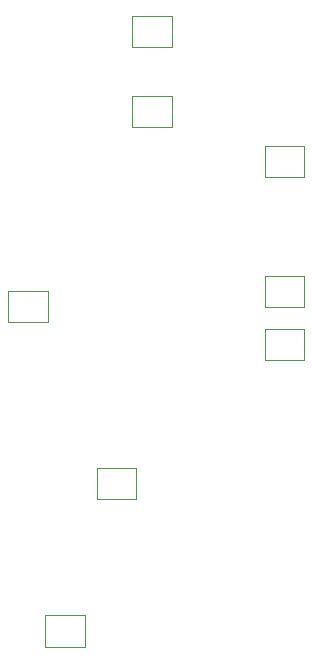
<source format=gbr>
%TF.GenerationSoftware,Altium Limited,Altium Designer,20.0.12 (288)*%
G04 Layer_Color=16711935*
%FSLAX44Y44*%
%MOMM*%
%TF.FileFunction,Other,Mechanical_13*%
%TF.Part,Single*%
G01*
G75*
%TA.AperFunction,NonConductor*%
%ADD46C,0.1000*%
D46*
X185750Y336800D02*
X219250D01*
X185750Y363200D02*
X219250D01*
Y336800D02*
Y363200D01*
X185750Y336800D02*
Y363200D01*
X403250Y330700D02*
X436750D01*
X403250Y304300D02*
X436750D01*
X403250D02*
Y330700D01*
X436750Y304300D02*
Y330700D01*
X403251Y459300D02*
Y485700D01*
X436750Y459300D02*
Y485700D01*
X403251D02*
X436750D01*
X403251Y459300D02*
X436750D01*
X290750Y501800D02*
Y528200D01*
X324250Y501800D02*
Y528200D01*
X290750D02*
X324250D01*
X290750Y501800D02*
X324250D01*
X260750Y213200D02*
X294250D01*
X260750Y186800D02*
X294250D01*
X260750D02*
Y213200D01*
X294250Y186800D02*
Y213200D01*
X290750Y569300D02*
X324250D01*
X290750Y595700D02*
X324250D01*
Y569300D02*
Y595700D01*
X290750Y569300D02*
Y595700D01*
X403250Y349300D02*
X436750D01*
X403250Y375700D02*
X436750D01*
Y349300D02*
Y375700D01*
X403250Y349300D02*
Y375700D01*
X250750Y61800D02*
Y88200D01*
X217250Y61800D02*
Y88200D01*
Y61800D02*
X250750D01*
X217250Y88200D02*
X250750D01*
%TF.MD5,d9a7786e1fb8e3220431e02a897cfd9f*%
M02*

</source>
